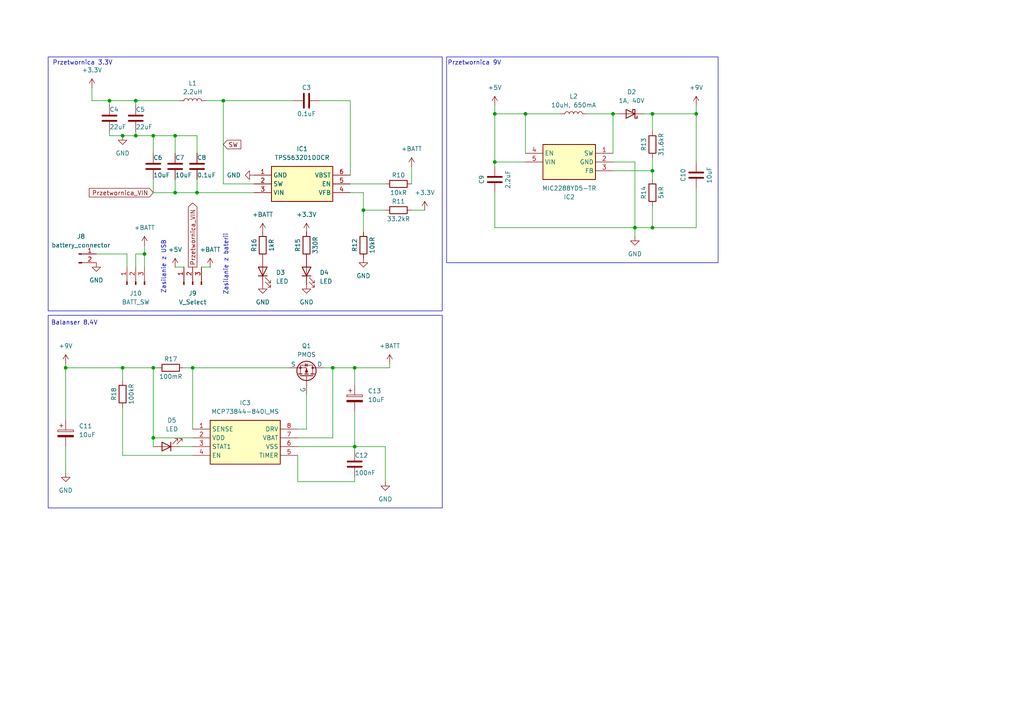
<source format=kicad_sch>
(kicad_sch (version 20231120) (generator "eeschema") (generator_version "8.0")
  (paper "A4")
  (lib_symbols
    (symbol "+3.3V_1" (power) (pin_numbers hide) (pin_names (offset 0) hide)
      (property "Value" "+3.3V" (at 0 3.556 0))
      (symbol "+3.3V_1_0_1"
        (polyline (pts (xy -0.762 1.27) (xy 0 2.54)))
        (polyline (pts (xy 0 0) (xy 0 2.54)))
        (polyline (pts (xy 0 2.54) (xy 0.762 1.27)))
      )
      (symbol "+3.3V_1_1_1"
        (pin power_in line (at 0 0 90) (length 0) (name "~") (number "1"))
      )
    )
    (symbol "Connector:Conn_01x02_Pin" (pin_names (offset 1.016) hide)
      (property "Reference" "J" (at 0 2.54 0))
      (property "Value" "Conn_01x02_Pin" (at 0 -5.08 0))
      (symbol "Conn_01x02_Pin_1_1"
        (polyline (pts (xy 1.27 -2.54) (xy 0.8636 -2.54)) (stroke (width 0.1524)))
        (polyline (pts (xy 1.27 0) (xy 0.8636 0)) (stroke (width 0.1524)))
        (rectangle (start 0.8636 -2.413) (end 0 -2.667) (stroke (width 0.1524)) (fill (type outline)))
        (rectangle (start 0.8636 0.127) (end 0 -0.127) (stroke (width 0.1524)) (fill (type outline)))
        (pin passive line (at 5.08 0 180) (length 3.81) (name "Pin_1") (number "1"))
        (pin passive line (at 5.08 -2.54 180) (length 3.81) (name "Pin_2") (number "2"))
      )
    )
    (symbol "Connector:Conn_01x03_Pin" (pin_names (offset 1.016) hide)
      (property "Reference" "J" (at 0 5.08 0))
      (property "Value" "Conn_01x03_Pin" (at 0 -5.08 0))
      (symbol "Conn_01x03_Pin_1_1"
        (polyline (pts (xy 1.27 -2.54) (xy 0.8636 -2.54)) (stroke (width 0.1524)))
        (polyline (pts (xy 1.27 0) (xy 0.8636 0)) (stroke (width 0.1524)))
        (polyline (pts (xy 1.27 2.54) (xy 0.8636 2.54)) (stroke (width 0.1524)))
        (rectangle (start 0.8636 -2.413) (end 0 -2.667) (stroke (width 0.1524)) (fill (type outline)))
        (rectangle (start 0.8636 0.127) (end 0 -0.127) (stroke (width 0.1524)) (fill (type outline)))
        (rectangle (start 0.8636 2.667) (end 0 2.413) (stroke (width 0.1524)) (fill (type outline)))
        (pin passive line (at 5.08 2.54 180) (length 3.81) (name "Pin_1") (number "1"))
        (pin passive line (at 5.08 0 180) (length 3.81) (name "Pin_2") (number "2"))
        (pin passive line (at 5.08 -2.54 180) (length 3.81) (name "Pin_3") (number "3"))
      )
    )
    (symbol "Device:C" (pin_numbers hide) (pin_names (offset 0.254))
      (property "Reference" "C" (at 0.635 2.54 0))
      (property "Value" "C" (at 0.635 -2.54 0))
      (symbol "C_0_1"
        (polyline (pts (xy -2.032 -0.762) (xy 2.032 -0.762)) (stroke (width 0.508)))
        (polyline (pts (xy -2.032 0.762) (xy 2.032 0.762)) (stroke (width 0.508)))
      )
      (symbol "C_1_1"
        (pin passive line (at 0 3.81 270) (length 2.794) (name "~") (number "1"))
        (pin passive line (at 0 -3.81 90) (length 2.794) (name "~") (number "2"))
      )
    )
    (symbol "Device:C_Polarized" (pin_numbers hide) (pin_names (offset 0.254))
      (property "Reference" "C" (at 0.635 2.54 0))
      (property "Value" "C_Polarized" (at 0.635 -2.54 0))
      (symbol "C_Polarized_0_1"
        (rectangle (start -2.286 0.508) (end 2.286 1.016))
        (polyline (pts (xy -1.778 2.286) (xy -0.762 2.286)))
        (polyline (pts (xy -1.27 2.794) (xy -1.27 1.778)))
        (rectangle (start 2.286 -0.508) (end -2.286 -1.016) (fill (type outline)))
      )
      (symbol "C_Polarized_1_1"
        (pin passive line (at 0 3.81 270) (length 2.794) (name "~") (number "1"))
        (pin passive line (at 0 -3.81 90) (length 2.794) (name "~") (number "2"))
      )
    )
    (symbol "Device:D_Schottky" (pin_numbers hide) (pin_names (offset 1.016) hide)
      (property "Reference" "D" (at 0 2.54 0))
      (property "Value" "D_Schottky" (at 0 -2.54 0))
      (symbol "D_Schottky_0_1"
        (polyline (pts (xy 1.27 0) (xy -1.27 0)))
        (polyline (pts (xy 1.27 1.27) (xy 1.27 -1.27) (xy -1.27 0) (xy 1.27 1.27)) (stroke (width 0.254)))
        (polyline (pts (xy -1.905 0.635) (xy -1.905 1.27) (xy -1.27 1.27) (xy -1.27 -1.27) (xy -0.635 -1.27) (xy -0.635 -0.635)) (stroke (width 0.254)))
      )
      (symbol "D_Schottky_1_1"
        (pin passive line (at -3.81 0 0) (length 2.54) (name "K") (number "1"))
        (pin passive line (at 3.81 0 180) (length 2.54) (name "A") (number "2"))
      )
    )
    (symbol "Device:L" (pin_numbers hide) (pin_names (offset 1.016) hide)
      (property "Reference" "L" (at -1.27 0 90))
      (property "Value" "L" (at 1.905 0 90))
      (symbol "L_0_1"
        (arc (start 0 -2.54) (mid 0.6323 -1.905) (end 0 -1.27))
        (arc (start 0 -1.27) (mid 0.6323 -0.635) (end 0 0))
        (arc (start 0 0) (mid 0.6323 0.635) (end 0 1.27))
        (arc (start 0 1.27) (mid 0.6323 1.905) (end 0 2.54))
      )
      (symbol "L_1_1"
        (pin passive line (at 0 3.81 270) (length 1.27) (name "1") (number "1"))
        (pin passive line (at 0 -3.81 90) (length 1.27) (name "2") (number "2"))
      )
    )
    (symbol "Device:LED" (pin_numbers hide) (pin_names (offset 1.016) hide)
      (property "Reference" "D" (at 0 2.54 0))
      (property "Value" "LED" (at 0 -2.54 0))
      (symbol "LED_0_1"
        (polyline (pts (xy -1.27 -1.27) (xy -1.27 1.27)) (stroke (width 0.254)))
        (polyline (pts (xy -1.27 0) (xy 1.27 0)))
        (polyline (pts (xy 1.27 -1.27) (xy 1.27 1.27) (xy -1.27 0) (xy 1.27 -1.27)) (stroke (width 0.254)))
        (polyline (pts (xy -3.048 -0.762) (xy -4.572 -2.286) (xy -3.81 -2.286) (xy -4.572 -2.286) (xy -4.572 -1.524)))
        (polyline (pts (xy -1.778 -0.762) (xy -3.302 -2.286) (xy -2.54 -2.286) (xy -3.302 -2.286) (xy -3.302 -1.524)))
      )
      (symbol "LED_1_1"
        (pin passive line (at -3.81 0 0) (length 2.54) (name "K") (number "1"))
        (pin passive line (at 3.81 0 180) (length 2.54) (name "A") (number "2"))
      )
    )
    (symbol "Device:R" (pin_numbers hide) (pin_names (offset 0))
      (property "Reference" "R" (at 2.032 0 90))
      (property "Value" "R" (at 0 0 90))
      (symbol "R_0_1"
        (rectangle (start -1.016 -2.54) (end 1.016 2.54) (stroke (width 0.254)))
      )
      (symbol "R_1_1"
        (pin passive line (at 0 3.81 270) (length 1.27) (name "~") (number "1"))
        (pin passive line (at 0 -3.81 90) (length 1.27) (name "~") (number "2"))
      )
    )
    (symbol "Importowane schematy:TPS563201DDCR"
      (property "Reference" "IC" (at 24.13 7.62 0))
      (property "Value" "TPS563201DDCR" (at 24.13 5.08 0))
      (symbol "TPS563201DDCR_1_1"
        (rectangle (start 5.08 2.54) (end 22.86 -7.62) (stroke (width 0.254)) (fill (type background)))
        (pin passive line (at 0 0 0) (length 5.08) (name "GND") (number "1"))
        (pin passive line (at 0 -2.54 0) (length 5.08) (name "SW") (number "2"))
        (pin passive line (at 0 -5.08 0) (length 5.08) (name "VIN") (number "3"))
        (pin passive line (at 27.94 -5.08 180) (length 5.08) (name "VFB") (number "4"))
        (pin passive line (at 27.94 -2.54 180) (length 5.08) (name "EN") (number "5"))
        (pin passive line (at 27.94 0 180) (length 5.08) (name "VBST") (number "6"))
      )
    )
    (symbol "Simulation_SPICE:PMOS" (pin_numbers hide) (pin_names (offset 0))
      (property "Reference" "Q" (at 5.08 1.27 0))
      (property "Value" "PMOS" (at 5.08 -1.27 0))
      (symbol "PMOS_0_1"
        (polyline (pts (xy 0.254 0) (xy -2.54 0)))
        (polyline (pts (xy 0.254 1.905) (xy 0.254 -1.905)) (stroke (width 0.254)))
        (polyline (pts (xy 0.762 -1.27) (xy 0.762 -2.286)) (stroke (width 0.254)))
        (polyline (pts (xy 0.762 0.508) (xy 0.762 -0.508)) (stroke (width 0.254)))
        (polyline (pts (xy 0.762 2.286) (xy 0.762 1.27)) (stroke (width 0.254)))
        (polyline (pts (xy 2.54 2.54) (xy 2.54 1.778)))
        (polyline (pts (xy 2.54 -2.54) (xy 2.54 0) (xy 0.762 0)))
        (polyline (pts (xy 0.762 1.778) (xy 3.302 1.778) (xy 3.302 -1.778) (xy 0.762 -1.778)))
        (polyline (pts (xy 2.286 0) (xy 1.27 0.381) (xy 1.27 -0.381) (xy 2.286 0)) (fill (type outline)))
        (polyline (pts (xy 2.794 -0.508) (xy 2.921 -0.381) (xy 3.683 -0.381) (xy 3.81 -0.254)))
        (polyline (pts (xy 3.302 -0.381) (xy 2.921 0.254) (xy 3.683 0.254) (xy 3.302 -0.381)))
        (circle (center 1.651 0) (radius 2.794) (stroke (width 0.254)))
        (circle (center 2.54 -1.778) (radius 0.254) (fill (type outline)))
        (circle (center 2.54 1.778) (radius 0.254) (fill (type outline)))
      )
      (symbol "PMOS_1_1"
        (pin passive line (at 2.54 5.08 270) (length 2.54) (name "D") (number "1"))
        (pin input line (at -5.08 0 0) (length 2.54) (name "G") (number "2"))
        (pin passive line (at 2.54 -5.08 90) (length 2.54) (name "S") (number "3"))
      )
    )
    (symbol "User_defined_footprints:MCP73844-840I_MS"
      (property "Reference" "IC" (at 26.67 7.62 0))
      (property "Value" "MCP73844-840I_MS" (at 26.67 5.08 0))
      (symbol "MCP73844-840I_MS_1_1"
        (rectangle (start 5.08 2.54) (end 25.4 -10.16) (stroke (width 0.254)) (fill (type background)))
        (pin passive line (at 0 0 0) (length 5.08) (name "SENSE") (number "1"))
        (pin passive line (at 0 -2.54 0) (length 5.08) (name "VDD") (number "2"))
        (pin passive line (at 0 -5.08 0) (length 5.08) (name "STAT1") (number "3"))
        (pin passive line (at 0 -7.62 0) (length 5.08) (name "EN") (number "4"))
        (pin passive line (at 30.48 -7.62 180) (length 5.08) (name "TIMER") (number "5"))
        (pin passive line (at 30.48 -5.08 180) (length 5.08) (name "VSS") (number "6"))
        (pin passive line (at 30.48 -2.54 180) (length 5.08) (name "VBAT") (number "7"))
        (pin passive line (at 30.48 0 180) (length 5.08) (name "DRV") (number "8"))
      )
    )
    (symbol "User_defined_footprints:MIC2288YD5-TR"
      (property "Reference" "IC" (at 21.59 7.62 0))
      (property "Value" "MIC2288YD5-TR" (at 21.59 5.08 0))
      (symbol "MIC2288YD5-TR_1_1"
        (rectangle (start 5.08 2.54) (end 20.32 -7.62) (stroke (width 0.254)) (fill (type background)))
        (pin passive line (at 0 0 0) (length 5.08) (name "SW") (number "1"))
        (pin passive line (at 0 -2.54 0) (length 5.08) (name "GND") (number "2"))
        (pin passive line (at 0 -5.08 0) (length 5.08) (name "FB") (number "3"))
        (pin passive line (at 25.4 0 180) (length 5.08) (name "EN") (number "4"))
        (pin passive line (at 25.4 -2.54 180) (length 5.08) (name "VIN") (number "5"))
      )
    )
    (symbol "power:+5V" (power) (pin_numbers hide) (pin_names (offset 0) hide)
      (property "Value" "+5V" (at 0 3.556 0))
      (symbol "+5V_0_1"
        (polyline (pts (xy -0.762 1.27) (xy 0 2.54)))
        (polyline (pts (xy 0 0) (xy 0 2.54)))
        (polyline (pts (xy 0 2.54) (xy 0.762 1.27)))
      )
      (symbol "+5V_1_1"
        (pin power_in line (at 0 0 90) (length 0) (name "~") (number "1"))
      )
    )
    (symbol "power:+9V" (power) (pin_numbers hide) (pin_names (offset 0) hide)
      (property "Value" "+9V" (at 0 3.556 0))
      (symbol "+9V_0_1"
        (polyline (pts (xy -0.762 1.27) (xy 0 2.54)))
        (polyline (pts (xy 0 0) (xy 0 2.54)))
        (polyline (pts (xy 0 2.54) (xy 0.762 1.27)))
      )
      (symbol "+9V_1_1"
        (pin power_in line (at 0 0 90) (length 0) (name "~") (number "1"))
      )
    )
    (symbol "power:+BATT" (power) (pin_numbers hide) (pin_names (offset 0) hide)
      (property "Value" "+BATT" (at 0 3.556 0))
      (symbol "+BATT_0_1"
        (polyline (pts (xy -0.762 1.27) (xy 0 2.54)))
        (polyline (pts (xy 0 0) (xy 0 2.54)))
        (polyline (pts (xy 0 2.54) (xy 0.762 1.27)))
      )
      (symbol "+BATT_1_1"
        (pin power_in line (at 0 0 90) (length 0) (name "~") (number "1"))
      )
    )
    (symbol "power:GND" (power) (pin_names (offset 0))
      (property "Value" "GND" (at 0 -3.81 0))
      (symbol "GND_0_1"
        (polyline (pts (xy 0 0) (xy 0 -1.27) (xy 1.27 -1.27) (xy 0 -2.54) (xy -1.27 -1.27) (xy 0 -1.27)))
      )
      (symbol "GND_1_1"
        (pin power_in line (at 0 0 270) (length 0) hide (name "GND") (number "1"))
      )
    )
  )
  (junction (at 31.75 29.21))
  (junction (at 201.93 33.02))
  (junction (at 50.8 39.37))
  (junction (at 189.23 33.02))
  (junction (at 143.51 33.02))
  (junction (at 152.4 33.02))
  (junction (at 105.41 60.96))
  (junction (at 41.91 73.66))
  (junction (at 44.45 39.37))
  (junction (at 44.45 127))
  (junction (at 184.15 66.04))
  (junction (at 19.05 106.68))
  (junction (at 39.37 39.37))
  (junction (at 35.56 106.68))
  (junction (at 35.56 39.37))
  (junction (at 55.88 106.68))
  (junction (at 143.51 46.99))
  (junction (at 189.23 49.53))
  (junction (at 44.45 106.68))
  (junction (at 102.87 106.68))
  (junction (at 57.15 55.88))
  (junction (at 39.37 29.21))
  (junction (at 177.8 33.02))
  (junction (at 50.8 55.88))
  (junction (at 64.77 29.21))
  (junction (at 189.23 66.04))
  (junction (at 102.87 129.54))
  (junction (at 96.52 106.68))
  (wire (pts (xy 105.41 60.96) (xy 105.41 67.31)))
  (wire (pts (xy 64.77 29.21) (xy 64.77 53.34)))
  (wire (pts (xy 162.56 33.02) (xy 152.4 33.02)))
  (wire (pts (xy 26.67 29.21) (xy 31.75 29.21)))
  (wire (pts (xy 50.8 39.37) (xy 44.45 39.37)))
  (wire (pts (xy 101.6 53.34) (xy 111.76 53.34)))
  (wire (pts (xy 39.37 73.66) (xy 41.91 73.66)))
  (wire (pts (xy 143.51 66.04) (xy 184.15 66.04)))
  (wire (pts (xy 143.51 46.99) (xy 143.51 48.26)))
  (wire (pts (xy 86.36 129.54) (xy 102.87 129.54)))
  (wire (pts (xy 186.69 33.02) (xy 189.23 33.02)))
  (wire (pts (xy 102.87 106.68) (xy 96.52 106.68)))
  (wire (pts (xy 19.05 106.68) (xy 35.56 106.68)))
  (wire (pts (xy 96.52 106.68) (xy 93.98 106.68)))
  (wire (pts (xy 55.88 127) (xy 44.45 127)))
  (wire (pts (xy 39.37 29.21) (xy 39.37 30.48)))
  (wire (pts (xy 96.52 127) (xy 96.52 106.68)))
  (wire (pts (xy 102.87 129.54) (xy 102.87 130.81)))
  (wire (pts (xy 31.75 38.1) (xy 31.75 39.37)))
  (wire (pts (xy 57.15 52.07) (xy 57.15 55.88)))
  (wire (pts (xy 86.36 124.46) (xy 88.9 124.46)))
  (wire (pts (xy 57.15 44.45) (xy 57.15 39.37)))
  (wire (pts (xy 39.37 29.21) (xy 52.07 29.21)))
  (wire (pts (xy 102.87 119.38) (xy 102.87 129.54)))
  (wire (pts (xy 143.51 30.48) (xy 143.51 33.02)))
  (wire (pts (xy 201.93 66.04) (xy 189.23 66.04)))
  (wire (pts (xy 44.45 127) (xy 44.45 129.54)))
  (wire (pts (xy 52.07 129.54) (xy 55.88 129.54)))
  (wire (pts (xy 189.23 33.02) (xy 189.23 38.1)))
  (wire (pts (xy 50.8 52.07) (xy 50.8 55.88)))
  (wire (pts (xy 113.03 106.68) (xy 102.87 106.68)))
  (wire (pts (xy 177.8 44.45) (xy 177.8 33.02)))
  (wire (pts (xy 105.41 60.96) (xy 111.76 60.96)))
  (wire (pts (xy 57.15 55.88) (xy 73.66 55.88)))
  (wire (pts (xy 152.4 33.02) (xy 152.4 44.45)))
  (wire (pts (xy 184.15 68.58) (xy 184.15 66.04)))
  (wire (pts (xy 45.72 106.68) (xy 44.45 106.68)))
  (wire (pts (xy 101.6 29.21) (xy 101.6 50.8)))
  (wire (pts (xy 119.38 48.26) (xy 119.38 53.34)))
  (wire (pts (xy 177.8 46.99) (xy 184.15 46.99)))
  (wire (pts (xy 152.4 33.02) (xy 143.51 33.02)))
  (wire (pts (xy 102.87 111.76) (xy 102.87 106.68)))
  (wire (pts (xy 113.03 106.68) (xy 113.03 105.41)))
  (wire (pts (xy 64.77 29.21) (xy 85.09 29.21)))
  (wire (pts (xy 55.88 106.68) (xy 55.88 124.46)))
  (wire (pts (xy 92.71 29.21) (xy 101.6 29.21)))
  (wire (pts (xy 39.37 39.37) (xy 39.37 38.1)))
  (wire (pts (xy 35.56 106.68) (xy 44.45 106.68)))
  (wire (pts (xy 143.51 33.02) (xy 143.51 46.99)))
  (wire (pts (xy 50.8 55.88) (xy 57.15 55.88)))
  (wire (pts (xy 102.87 139.7) (xy 86.36 139.7)))
  (wire (pts (xy 86.36 127) (xy 96.52 127)))
  (wire (pts (xy 41.91 71.12) (xy 41.91 73.66)))
  (wire (pts (xy 86.36 139.7) (xy 86.36 132.08)))
  (wire (pts (xy 177.8 49.53) (xy 189.23 49.53)))
  (wire (pts (xy 44.45 39.37) (xy 44.45 44.45)))
  (wire (pts (xy 35.56 132.08) (xy 55.88 132.08)))
  (wire (pts (xy 143.51 55.88) (xy 143.51 66.04)))
  (wire (pts (xy 19.05 137.16) (xy 19.05 129.54)))
  (wire (pts (xy 64.77 53.34) (xy 73.66 53.34)))
  (wire (pts (xy 35.56 118.11) (xy 35.56 132.08)))
  (wire (pts (xy 201.93 30.48) (xy 201.93 33.02)))
  (wire (pts (xy 26.67 25.4) (xy 26.67 29.21)))
  (wire (pts (xy 102.87 139.7) (xy 102.87 138.43)))
  (wire (pts (xy 31.75 39.37) (xy 35.56 39.37)))
  (wire (pts (xy 53.34 106.68) (xy 55.88 106.68)))
  (wire (pts (xy 36.83 73.66) (xy 36.83 77.47)))
  (wire (pts (xy 44.45 55.88) (xy 50.8 55.88)))
  (wire (pts (xy 189.23 66.04) (xy 184.15 66.04)))
  (wire (pts (xy 44.45 52.07) (xy 44.45 55.88)))
  (wire (pts (xy 201.93 54.61) (xy 201.93 66.04)))
  (wire (pts (xy 189.23 33.02) (xy 201.93 33.02)))
  (wire (pts (xy 189.23 59.69) (xy 189.23 66.04)))
  (wire (pts (xy 55.88 106.68) (xy 83.82 106.68)))
  (wire (pts (xy 35.56 39.37) (xy 39.37 39.37)))
  (wire (pts (xy 111.76 139.7) (xy 111.76 129.54)))
  (wire (pts (xy 184.15 46.99) (xy 184.15 66.04)))
  (wire (pts (xy 27.94 73.66) (xy 36.83 73.66)))
  (wire (pts (xy 44.45 39.37) (xy 39.37 39.37)))
  (wire (pts (xy 189.23 49.53) (xy 189.23 45.72)))
  (wire (pts (xy 44.45 106.68) (xy 44.45 127)))
  (wire (pts (xy 189.23 52.07) (xy 189.23 49.53)))
  (wire (pts (xy 177.8 33.02) (xy 179.07 33.02)))
  (wire (pts (xy 31.75 29.21) (xy 39.37 29.21)))
  (wire (pts (xy 31.75 29.21) (xy 31.75 30.48)))
  (wire (pts (xy 152.4 46.99) (xy 143.51 46.99)))
  (wire (pts (xy 170.18 33.02) (xy 177.8 33.02)))
  (wire (pts (xy 19.05 105.41) (xy 19.05 106.68)))
  (wire (pts (xy 88.9 124.46) (xy 88.9 114.3)))
  (wire (pts (xy 105.41 55.88) (xy 105.41 60.96)))
  (wire (pts (xy 39.37 77.47) (xy 39.37 73.66)))
  (wire (pts (xy 57.15 39.37) (xy 50.8 39.37)))
  (wire (pts (xy 50.8 39.37) (xy 50.8 44.45)))
  (wire (pts (xy 101.6 55.88) (xy 105.41 55.88)))
  (wire (pts (xy 119.38 60.96) (xy 123.19 60.96)))
  (wire (pts (xy 41.91 73.66) (xy 41.91 77.47)))
  (wire (pts (xy 59.69 29.21) (xy 64.77 29.21)))
  (wire (pts (xy 19.05 121.92) (xy 19.05 106.68)))
  (wire (pts (xy 35.56 106.68) (xy 35.56 110.49)))
  (wire (pts (xy 58.42 77.47) (xy 60.96 77.47)))
  (wire (pts (xy 111.76 129.54) (xy 102.87 129.54)))
  (wire (pts (xy 201.93 33.02) (xy 201.93 46.99)))
  (wire (pts (xy 50.8 77.47) (xy 53.34 77.47)))
  (rectangle (start 129.54 16.51) (end 208.28 76.2))
  (rectangle (start 13.97 16.51) (end 128.27 90.17))
  (rectangle (start 13.97 91.44) (end 128.27 147.32))
  (text "Balanser 8.4V" (at 21.59 93.726 0) (effects (font (size 1.27 1.27))))
  (text "Zasilanie z baterii\n" (at 65.532 76.708 90) (effects (font (size 1.27 1.27))))
  (text "Przetwornica 9V\n" (at 129.794 19.05 0) (effects (font (size 1.27 1.27)) (justify left bottom)))
  (text "Przetwornica 3.3V\n" (at 15.24 19.05 0) (effects (font (size 1.27 1.27)) (justify left bottom)))
  (text "Zasilanie z USB\n" (at 47.498 77.47 90) (effects (font (size 1.27 1.27))))
  (global_label "Przetwornica_VIN" (shape output) (at 55.88 77.47 90) (property "Intersheetrefs" "${INTERSHEET_REFS}" (effects (hide yes))))
  (global_label "Przetwornica_VIN" (shape input) (at 44.45 55.88 180) (property "Intersheetrefs" "${INTERSHEET_REFS}" (effects (hide yes))))
  (global_label "SW" (shape input) (at 64.77 41.91 0) (property "Intersheetrefs" "${INTERSHEET_REFS}" (effects (hide yes))))
  (symbol (lib_id "Device:R") (at 105.41 71.12 180) (unit 1)
    (property "Reference" "R12" (at 102.87 71.12 90))
    (property "Value" "10kR" (at 107.95 71.12 90))
    (property "Footprint" "Resistor_SMD:R_0603_1608Metric" (effects (hide yes)))
  )
  (symbol (lib_id "power:+9V") (at 201.93 30.48 0) (unit 1)
    (property "Reference" "#PWR032" (effects (hide yes)))
    (property "Value" "+9V" (at 201.93 25.4 0))
    (property "Description" "Power symbol creates a global label with name \"+9V\"" (effects (hide yes)))
  )
  (symbol (lib_id "Device:LED") (at 76.2 78.74 90) (unit 1)
    (property "Reference" "D3" (at 80.01 79.0574 90) (effects (justify right)))
    (property "Value" "LED" (at 80.01 81.5974 90) (effects (justify right)))
    (property "Footprint" "LED_SMD:LED_0402_1005Metric" (effects (hide yes)))
    (property "Description" "Light emitting diode" (effects (hide yes)))
  )
  (symbol (lib_id "power:GND") (at 184.15 68.58 0) (unit 1)
    (property "Reference" "#PWR030" (effects (hide yes)))
    (property "Value" "GND" (at 184.15 73.66 0))
  )
  (symbol (lib_id "power:+BATT") (at 41.91 71.12 0) (unit 1)
    (property "Reference" "#PWR026" (effects (hide yes)))
    (property "Value" "+BATT" (at 41.91 66.04 0))
    (property "Description" "Power symbol creates a global label with name \"+BATT\"" (effects (hide yes)))
  )
  (symbol (lib_id "power:GND") (at 19.05 137.16 0) (unit 1)
    (property "Reference" "#PWR039" (effects (hide yes)))
    (property "Value" "GND" (at 19.05 142.24 0))
  )
  (symbol (lib_id "power:GND") (at 88.9 82.55 0) (unit 1)
    (property "Reference" "#PWR036" (effects (hide yes)))
    (property "Value" "GND" (at 88.9 87.63 0))
  )
  (symbol (lib_id "power:+BATT") (at 60.96 77.47 0) (unit 1)
    (property "Reference" "#PWR029" (effects (hide yes)))
    (property "Value" "+BATT" (at 60.96 72.39 0))
    (property "Description" "Power symbol creates a global label with name \"+BATT\"" (effects (hide yes)))
  )
  (symbol (lib_id "Device:C") (at 102.87 134.62 180) (unit 1)
    (property "Reference" "C12" (at 102.87 132.08 0) (effects (justify right)))
    (property "Value" "100nF" (at 102.87 137.16 0) (effects (justify right)))
    (property "Footprint" "Capacitor_SMD:C_0603_1608Metric" (effects (hide yes)))
  )
  (symbol (lib_name "+3.3V_1") (lib_id "power:+3.3V") (at 26.67 25.4 0) (unit 1)
    (property "Reference" "#PWR020" (effects (hide yes)))
    (property "Value" "+3.3V" (at 26.67 20.32 0))
    (property "Description" "Power symbol creates a global label with name \"+3.3V\"" (effects (hide yes)))
  )
  (symbol (lib_id "power:GND") (at 111.76 139.7 0) (unit 1)
    (property "Reference" "#PWR037" (effects (hide yes)))
    (property "Value" "GND" (at 111.76 144.78 0))
  )
  (symbol (lib_id "Device:R") (at 88.9 71.12 180) (unit 1)
    (property "Reference" "R15" (at 86.36 71.12 90))
    (property "Value" "330R" (at 91.44 71.12 90))
    (property "Footprint" "Resistor_SMD:R_0603_1608Metric" (effects (hide yes)))
  )
  (symbol (lib_id "Device:LED") (at 48.26 129.54 180) (unit 1)
    (property "Reference" "D5" (at 49.8475 121.92 0))
    (property "Value" "LED" (at 49.8475 124.46 0))
    (property "Footprint" "LED_SMD:LED_0402_1005Metric" (effects (hide yes)))
    (property "Description" "Light emitting diode" (effects (hide yes)))
  )
  (symbol (lib_id "Device:C") (at 50.8 48.26 180) (unit 1)
    (property "Reference" "C7" (at 50.8 45.72 0) (effects (justify right)))
    (property "Value" "10uF" (at 50.8 50.8 0) (effects (justify right)))
    (property "Footprint" "Capacitor_SMD:C_0805_2012Metric" (effects (hide yes)))
  )
  (symbol (lib_id "Device:C_Polarized") (at 19.05 125.73 0) (unit 1)
    (property "Reference" "C11" (at 22.86 123.5709 0) (effects (justify left)))
    (property "Value" "10uF" (at 22.86 126.1109 0) (effects (justify left)))
    (property "Description" "Polarized capacitor" (effects (hide yes)))
  )
  (symbol (lib_id "User_defined_footprints:MCP73844-840I_MS") (at 55.88 124.46 0) (unit 1)
    (property "Reference" "IC3" (at 71.12 116.84 0))
    (property "Value" "MCP73844-840I_MS" (at 71.12 119.38 0))
    (property "Footprint" "User_defined_footprints:SOP65P490X110-8N" (effects (hide yes)))
    (property "Datasheet" "http://ww1.microchip.com/downloads/en/DeviceDoc/21823D.pdf" (effects (hide yes)))
    (property "Description" "Li-Ion Charge Controller 8.4V MSOP8" (effects (hide yes)))
    (property "Height" "1.1" (effects (hide yes)))
    (property "Manufacturer_Name" "Microchip" (effects (hide yes)))
    (property "Manufacturer_Part_Number" "MCP73844-840I/MS" (effects (hide yes)))
  )
  (symbol (lib_id "Connector:Conn_01x02_Pin") (at 22.86 73.66 0) (unit 1)
    (property "Reference" "J8" (at 23.495 68.58 0))
    (property "Value" "battery_connector" (at 23.495 71.12 0))
    (property "Footprint" "Connector_PinHeader_2.54mm:PinHeader_1x02_P2.54mm_Vertical" (effects (hide yes)))
    (property "Description" "Generic connector, single row, 01x02, script generated" (effects (hide yes)))
  )
  (symbol (lib_id "Device:R") (at 35.56 114.3 180) (unit 1)
    (property "Reference" "R18" (at 33.02 114.3 90))
    (property "Value" "100kR" (at 38.1 114.3 90))
    (property "Footprint" "Resistor_SMD:R_0603_1608Metric" (effects (hide yes)))
  )
  (symbol (lib_id "Device:R") (at 189.23 55.88 180) (unit 1)
    (property "Reference" "R14" (at 186.69 55.88 90))
    (property "Value" "5kR" (at 191.77 55.88 90))
    (property "Footprint" "Resistor_SMD:R_0603_1608Metric" (effects (hide yes)))
  )
  (symbol (lib_id "Simulation_SPICE:PMOS") (at 88.9 109.22 270) (mirror x) (unit 1)
    (property "Reference" "Q1" (at 88.9 100.33 90))
    (property "Value" "PMOS" (at 88.9 102.87 90))
    (property "Datasheet" "https://ngspice.sourceforge.io/docs/ngspice-html-manual/manual.xhtml#cha_MOSFETs" (effects (hide yes)))
    (property "Description" "P-MOSFET transistor, drain/source/gate" (effects (hide yes)))
    (property "Sim.Device" "PMOS" (effects (hide yes)))
    (property "Sim.Type" "VDMOS" (effects (hide yes)))
    (property "Sim.Pins" "1=D 2=G 3=S" (effects (hide yes)))
  )
  (symbol (lib_id "power:+5V") (at 143.51 30.48 0) (unit 1)
    (property "Reference" "#PWR031" (effects (hide yes)))
    (property "Value" "+5V" (at 143.51 25.4 0))
    (property "Description" "Power symbol creates a global label with name \"+5V\"" (effects (hide yes)))
  )
  (symbol (lib_id "Device:C_Polarized") (at 102.87 115.57 0) (unit 1)
    (property "Reference" "C13" (at 106.68 113.4109 0) (effects (justify left)))
    (property "Value" "10uF" (at 106.68 115.9509 0) (effects (justify left)))
    (property "Description" "Polarized capacitor" (effects (hide yes)))
  )
  (symbol (lib_id "power:+BATT") (at 119.38 48.26 0) (unit 1)
    (property "Reference" "#PWR022" (effects (hide yes)))
    (property "Value" "+BATT" (at 119.38 43.18 0))
    (property "Description" "Power symbol creates a global label with name \"+BATT\"" (effects (hide yes)))
  )
  (symbol (lib_id "Device:C") (at 31.75 34.29 180) (unit 1)
    (property "Reference" "C4" (at 31.75 31.75 0) (effects (justify right)))
    (property "Value" "22uF" (at 31.75 36.83 0) (effects (justify right)))
    (property "Footprint" "Capacitor_SMD:C_0805_2012Metric" (effects (hide yes)))
  )
  (symbol (lib_id "Device:R") (at 49.53 106.68 90) (unit 1)
    (property "Reference" "R17" (at 49.53 104.14 90))
    (property "Value" "100mR" (at 49.53 109.22 90))
    (property "Footprint" "Resistor_SMD:R_0603_1608Metric" (effects (hide yes)))
  )
  (symbol (lib_id "Connector:Conn_01x03_Pin") (at 55.88 82.55 90) (unit 1)
    (property "Reference" "J9" (at 55.88 85.09 90))
    (property "Value" "V_Select" (at 55.88 87.63 90))
    (property "Footprint" "Connector_PinHeader_2.54mm:PinHeader_1x03_P2.54mm_Vertical" (effects (hide yes)))
    (property "Description" "Generic connector, single row, 01x03, script generated" (effects (hide yes)))
  )
  (symbol (lib_name "+3.3V_1") (lib_id "power:+3.3V") (at 88.9 67.31 0) (unit 1)
    (property "Reference" "#PWR034" (effects (hide yes)))
    (property "Value" "+3.3V" (at 88.9 62.23 0))
    (property "Description" "Power symbol creates a global label with name \"+3.3V\"" (effects (hide yes)))
  )
  (symbol (lib_id "Device:LED") (at 88.9 78.74 90) (unit 1)
    (property "Reference" "D4" (at 92.71 79.0574 90) (effects (justify right)))
    (property "Value" "LED" (at 92.71 81.5974 90) (effects (justify right)))
    (property "Footprint" "LED_SMD:LED_0402_1005Metric" (effects (hide yes)))
    (property "Description" "Light emitting diode" (effects (hide yes)))
  )
  (symbol (lib_id "Device:R") (at 115.57 53.34 90) (unit 1)
    (property "Reference" "R10" (at 115.57 50.8 90))
    (property "Value" "10kR" (at 115.57 55.88 90))
    (property "Footprint" "Resistor_SMD:R_0603_1608Metric" (effects (hide yes)))
  )
  (symbol (lib_id "User_defined_footprints:MIC2288YD5-TR") (at 177.8 44.45 0) (mirror y) (unit 1)
    (property "Reference" "IC2" (at 165.1 57.15 0))
    (property "Value" "MIC2288YD5-TR" (at 165.1 54.61 0))
    (property "Footprint" "User_defined_footprints:SOT95P280X100-5N" (effects (hide yes)))
    (property "Description" "MICROCHIP - MIC2288YD5-TR - VOLTAGE REG, BOOST, 1A, 1.2MHZ, TSOT23-5" (effects (hide yes)))
    (property "Height" "1" (effects (hide yes)))
    (property "Manufacturer_Name" "Microchip" (effects (hide yes)))
    (property "Manufacturer_Part_Number" "MIC2288YD5-TR" (effects (hide yes)))
  )
  (symbol (lib_id "Device:C") (at 39.37 34.29 180) (unit 1)
    (property "Reference" "C5" (at 39.37 31.75 0) (effects (justify right)))
    (property "Value" "22uF" (at 39.37 36.83 0) (effects (justify right)))
    (property "Footprint" "Capacitor_SMD:C_0805_2012Metric" (effects (hide yes)))
  )
  (symbol (lib_id "Device:L") (at 55.88 29.21 90) (unit 1)
    (property "Reference" "L1" (at 55.88 24.13 90))
    (property "Value" "2.2uH" (at 55.88 26.67 90))
    (property "Footprint" "Inductor_SMD:L_Bourns_SRP7028A_7.3x6.6mm" (effects (hide yes)))
  )
  (symbol (lib_id "Device:D_Schottky") (at 182.88 33.02 180) (unit 1)
    (property "Reference" "D2" (at 183.1975 26.67 0))
    (property "Value" "1A, 40V" (at 183.1975 29.21 0))
    (property "Footprint" "Diode_SMD:D_SMA_Handsoldering" (effects (hide yes)))
    (property "Description" "Schottky diode" (effects (hide yes)))
  )
  (symbol (lib_id "Device:C") (at 57.15 48.26 180) (unit 1)
    (property "Reference" "C8" (at 57.15 45.72 0) (effects (justify right)))
    (property "Value" "0.1uF" (at 57.15 50.8 0) (effects (justify right)))
    (property "Footprint" "Capacitor_SMD:C_0603_1608Metric" (effects (hide yes)))
  )
  (symbol (lib_id "Device:C") (at 201.93 50.8 180) (unit 1)
    (property "Reference" "C10" (at 198.12 50.8 90))
    (property "Value" "10uF" (at 205.74 50.8 90))
    (property "Footprint" "Capacitor_SMD:C_0603_1608Metric" (effects (hide yes)))
  )
  (symbol (lib_id "power:GND") (at 27.94 76.2 0) (unit 1)
    (property "Reference" "#PWR028" (effects (hide yes)))
    (property "Value" "GND" (at 27.94 81.28 0))
  )
  (symbol (lib_id "power:GND") (at 35.56 39.37 0) (unit 1)
    (property "Reference" "#PWR021" (effects (hide yes)))
    (property "Value" "GND" (at 35.56 44.45 0))
  )
  (symbol (lib_id "Importowane schematy:TPS563201DDCR") (at 73.66 50.8 0) (unit 1)
    (property "Reference" "IC1" (at 87.63 43.18 0))
    (property "Value" "TPS563201DDCR" (at 87.63 45.72 0))
    (property "Footprint" "User_defined_footprints:SOT95P280X110-6N" (effects (hide yes)))
    (property "Datasheet" "http://www.ti.com/lit/gpn/tps563201" (effects (hide yes)))
    (property "Height" "1.1" (effects (hide yes)))
    (property "Manufacturer_Name" "Texas Instruments" (effects (hide yes)))
    (property "Manufacturer_Part_Number" "TPS563201DDCR" (effects (hide yes)))
  )
  (symbol (lib_id "power:+9V") (at 19.05 105.41 0) (unit 1)
    (property "Reference" "#PWR040" (effects (hide yes)))
    (property "Value" "+9V" (at 19.05 100.33 0))
    (property "Description" "Power symbol creates a global label with name \"+9V\"" (effects (hide yes)))
  )
  (symbol (lib_id "Device:C") (at 88.9 29.21 90) (unit 1)
    (property "Reference" "C3" (at 88.9 25.4 90))
    (property "Value" "0.1uF" (at 88.9 33.02 90))
    (property "Footprint" "Capacitor_SMD:C_0603_1608Metric" (effects (hide yes)))
  )
  (symbol (lib_id "power:GND") (at 73.66 50.8 270) (unit 1)
    (property "Reference" "#PWR023" (effects (hide yes)))
    (property "Value" "GND" (at 69.85 50.8 90) (effects (justify right)))
  )
  (symbol (lib_id "Device:L") (at 166.37 33.02 90) (unit 1)
    (property "Reference" "L2" (at 166.37 27.94 90))
    (property "Value" "10uH, 650mA" (at 166.37 30.48 90))
    (property "Footprint" "Inductor_SMD:L_Bourns_SRP7028A_7.3x6.6mm" (effects (hide yes)))
  )
  (symbol (lib_id "power:GND") (at 76.2 82.55 0) (unit 1)
    (property "Reference" "#PWR035" (effects (hide yes)))
    (property "Value" "GND" (at 76.2 87.63 0))
  )
  (symbol (lib_id "Device:R") (at 115.57 60.96 90) (unit 1)
    (property "Reference" "R11" (at 115.57 58.42 90))
    (property "Value" "33.2kR" (at 115.57 63.5 90))
    (property "Footprint" "Resistor_SMD:R_0603_1608Metric" (effects (hide yes)))
  )
  (symbol (lib_id "power:+5V") (at 50.8 77.47 0) (unit 1)
    (property "Reference" "#PWR024" (effects (hide yes)))
    (property "Value" "+5V" (at 50.8 72.39 0))
    (property "Description" "Power symbol creates a global label with name \"+5V\"" (effects (hide yes)))
  )
  (symbol (lib_id "power:+BATT") (at 76.2 67.31 0) (unit 1)
    (property "Reference" "#PWR033" (effects (hide yes)))
    (property "Value" "+BATT" (at 76.2 62.23 0))
    (property "Description" "Power symbol creates a global label with name \"+BATT\"" (effects (hide yes)))
  )
  (symbol (lib_id "Device:C") (at 143.51 52.07 180) (unit 1)
    (property "Reference" "C9" (at 139.7 52.07 90))
    (property "Value" "2.2uF" (at 147.32 52.07 90))
    (property "Footprint" "Capacitor_SMD:C_0603_1608Metric" (effects (hide yes)))
  )
  (symbol (lib_id "power:GND") (at 105.41 74.93 0) (unit 1)
    (property "Reference" "#PWR027" (effects (hide yes)))
    (property "Value" "GND" (at 105.41 80.01 0))
  )
  (symbol (lib_id "Device:C") (at 44.45 48.26 180) (unit 1)
    (property "Reference" "C6" (at 44.45 45.72 0) (effects (justify right)))
    (property "Value" "10uF" (at 44.45 50.8 0) (effects (justify right)))
    (property "Footprint" "Capacitor_SMD:C_0805_2012Metric" (effects (hide yes)))
  )
  (symbol (lib_name "+3.3V_1") (lib_id "power:+3.3V") (at 123.19 60.96 0) (unit 1)
    (property "Reference" "#PWR025" (effects (hide yes)))
    (property "Value" "+3.3V" (at 123.19 55.88 0))
    (property "Description" "Power symbol creates a global label with name \"+3.3V\"" (effects (hide yes)))
  )
  (symbol (lib_id "Device:R") (at 189.23 41.91 180) (unit 1)
    (property "Reference" "R13" (at 186.69 41.91 90))
    (property "Value" "31.6kR" (at 191.77 41.91 90))
    (property "Footprint" "Resistor_SMD:R_0603_1608Metric" (effects (hide yes)))
  )
  (symbol (lib_id "Device:R") (at 76.2 71.12 180) (unit 1)
    (property "Reference" "R16" (at 73.66 71.12 90))
    (property "Value" "1kR" (at 78.74 71.12 90))
    (property "Footprint" "Resistor_SMD:R_0603_1608Metric" (effects (hide yes)))
  )
  (symbol (lib_id "power:+BATT") (at 113.03 105.41 0) (unit 1)
    (property "Reference" "#PWR038" (effects (hide yes)))
    (property "Value" "+BATT" (at 113.03 100.33 0))
    (property "Description" "Power symbol creates a global label with name \"+BATT\"" (effects (hide yes)))
  )
  (symbol (lib_id "Connector:Conn_01x03_Pin") (at 39.37 82.55 90) (unit 1)
    (property "Reference" "J10" (at 39.37 85.09 90))
    (property "Value" "BATT_SW" (at 39.37 87.63 90))
    (property "Footprint" "Connector_PinHeader_2.54mm:PinHeader_1x03_P2.54mm_Vertical" (effects (hide yes)))
    (property "Description" "Generic connector, single row, 01x03, script generated" (effects (hide yes)))
  )
)
</source>
